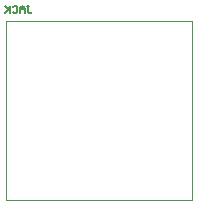
<source format=gbr>
%TF.GenerationSoftware,Altium Limited,Altium Designer,20.1.8 (145)*%
G04 Layer_Color=65535*
%FSLAX45Y45*%
%MOMM*%
%TF.SameCoordinates,39D32AA0-D89A-4232-8ACE-958E0E311499*%
%TF.FilePolarity,Positive*%
%TF.FileFunction,Legend,Bot*%
%TF.Part,Single*%
G01*
G75*
%TA.AperFunction,NonConductor*%
%ADD17C,0.10160*%
%ADD18C,0.12700*%
D17*
X1031870Y5070559D02*
X2606670D01*
X2606670Y3559259D02*
X2606670Y5070559D01*
X1031870Y3559259D02*
Y5070559D01*
Y3559259D02*
X2606670Y3559259D01*
D18*
X1207143Y5200080D02*
X1227457D01*
X1217300D01*
Y5149296D01*
X1227457Y5139139D01*
X1237613D01*
X1247770Y5149296D01*
X1186830Y5139139D02*
Y5179766D01*
X1166516Y5200080D01*
X1146203Y5179766D01*
Y5139139D01*
Y5169609D01*
X1186830D01*
X1085263Y5189923D02*
X1095419Y5200080D01*
X1115733D01*
X1125890Y5189923D01*
Y5149296D01*
X1115733Y5139139D01*
X1095419D01*
X1085263Y5149296D01*
X1064949Y5200080D02*
Y5139139D01*
Y5159453D01*
X1024323Y5200080D01*
X1054793Y5169609D01*
X1024323Y5139139D01*
%TF.MD5,54bf1945a8e9bccca8c4e708275c56e5*%
M02*

</source>
